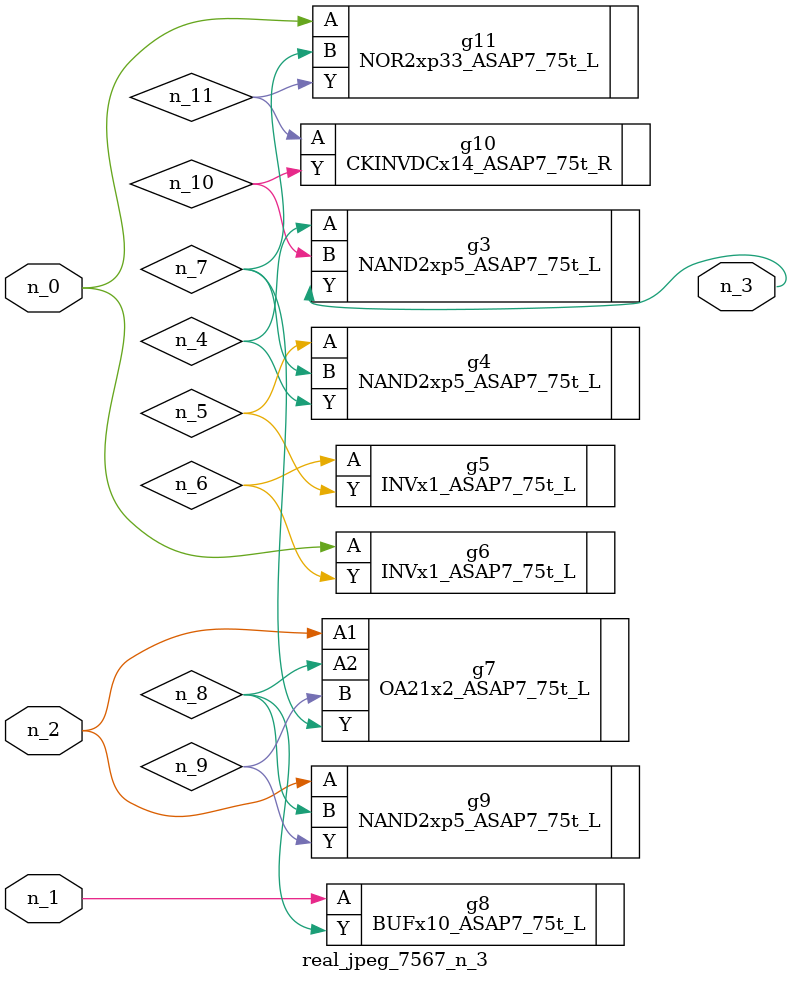
<source format=v>
module real_jpeg_7567_n_3 (n_1, n_0, n_2, n_3);

input n_1;
input n_0;
input n_2;

output n_3;

wire n_5;
wire n_8;
wire n_4;
wire n_11;
wire n_6;
wire n_7;
wire n_10;
wire n_9;

INVx1_ASAP7_75t_L g6 ( 
.A(n_0),
.Y(n_6)
);

NOR2xp33_ASAP7_75t_L g11 ( 
.A(n_0),
.B(n_7),
.Y(n_11)
);

BUFx10_ASAP7_75t_L g8 ( 
.A(n_1),
.Y(n_8)
);

OA21x2_ASAP7_75t_L g7 ( 
.A1(n_2),
.A2(n_8),
.B(n_9),
.Y(n_7)
);

NAND2xp5_ASAP7_75t_L g9 ( 
.A(n_2),
.B(n_8),
.Y(n_9)
);

NAND2xp5_ASAP7_75t_L g3 ( 
.A(n_4),
.B(n_10),
.Y(n_3)
);

NAND2xp5_ASAP7_75t_L g4 ( 
.A(n_5),
.B(n_7),
.Y(n_4)
);

INVx1_ASAP7_75t_L g5 ( 
.A(n_6),
.Y(n_5)
);

CKINVDCx14_ASAP7_75t_R g10 ( 
.A(n_11),
.Y(n_10)
);


endmodule
</source>
